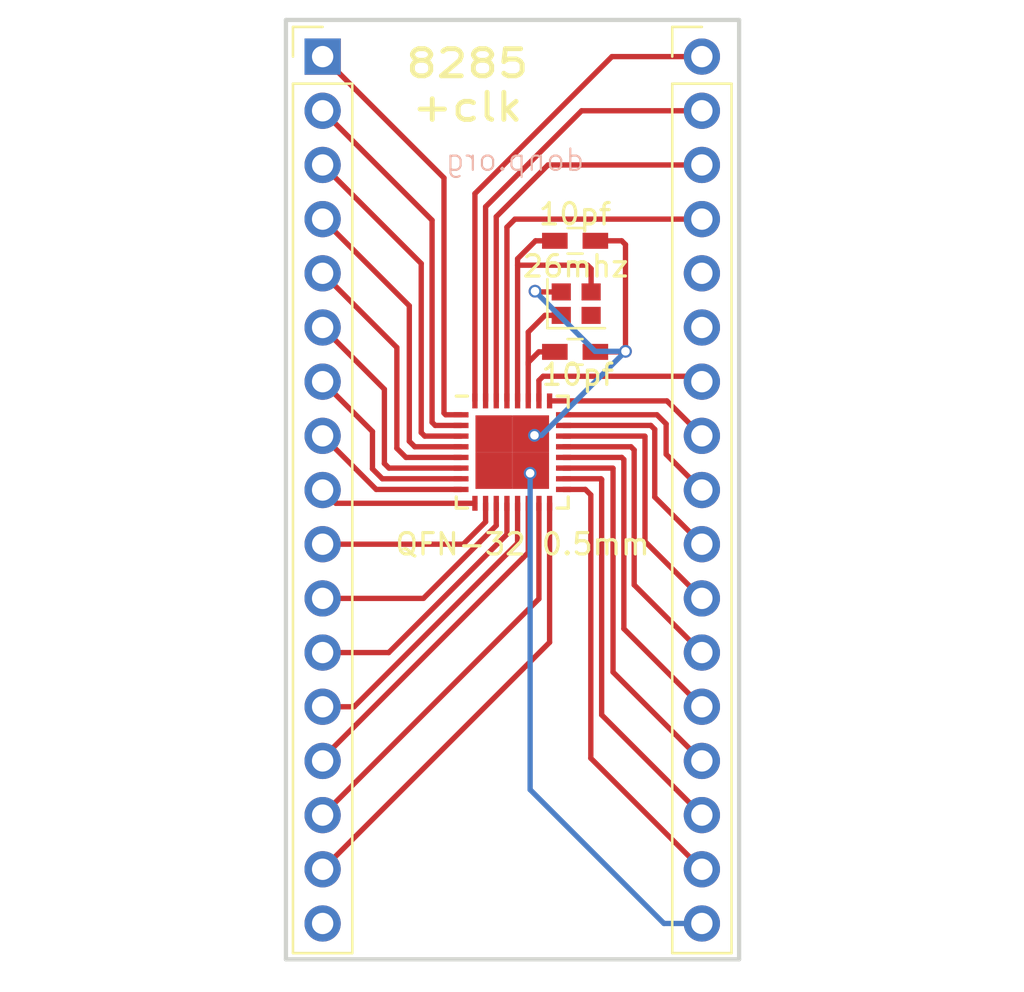
<source format=kicad_pcb>
(kicad_pcb (version 4) (host pcbnew 4.0.5-e0-6337~49~ubuntu16.04.1)

  (general
    (links 0)
    (no_connects 0)
    (area 111.799999 52.515 159.980001 99.985)
    (thickness 1.6)
    (drawings 6)
    (tracks 139)
    (zones 0)
    (modules 6)
    (nets 1)
  )

  (page A4)
  (layers
    (0 F.Cu signal)
    (31 B.Cu signal)
    (32 B.Adhes user)
    (33 F.Adhes user)
    (34 B.Paste user)
    (35 F.Paste user)
    (36 B.SilkS user)
    (37 F.SilkS user)
    (38 B.Mask user)
    (39 F.Mask user)
    (40 Dwgs.User user)
    (41 Cmts.User user)
    (42 Eco1.User user)
    (43 Eco2.User user)
    (44 Edge.Cuts user)
    (45 Margin user)
    (46 B.CrtYd user)
    (47 F.CrtYd user)
    (48 B.Fab user)
    (49 F.Fab user)
  )

  (setup
    (last_trace_width 0.25)
    (trace_clearance 0.2)
    (zone_clearance 0.508)
    (zone_45_only no)
    (trace_min 0.2)
    (segment_width 0.2)
    (edge_width 0.2)
    (via_size 0.6)
    (via_drill 0.4)
    (via_min_size 0.4)
    (via_min_drill 0.3)
    (uvia_size 0.3)
    (uvia_drill 0.1)
    (uvias_allowed no)
    (uvia_min_size 0.2)
    (uvia_min_drill 0.1)
    (pcb_text_width 0.3)
    (pcb_text_size 1.5 1.5)
    (mod_edge_width 0.15)
    (mod_text_size 1 1)
    (mod_text_width 0.15)
    (pad_size 1.7 1.7)
    (pad_drill 1)
    (pad_to_mask_clearance 0.2)
    (aux_axis_origin 0 0)
    (visible_elements FFFEFFFF)
    (pcbplotparams
      (layerselection 0x010f0_80000001)
      (usegerberextensions true)
      (excludeedgelayer true)
      (linewidth 0.100000)
      (plotframeref false)
      (viasonmask false)
      (mode 1)
      (useauxorigin false)
      (hpglpennumber 1)
      (hpglpenspeed 20)
      (hpglpendiameter 15)
      (hpglpenoverlay 2)
      (psnegative false)
      (psa4output false)
      (plotreference true)
      (plotvalue true)
      (plotinvisibletext false)
      (padsonsilk false)
      (subtractmaskfromsilk false)
      (outputformat 1)
      (mirror false)
      (drillshape 0)
      (scaleselection 1)
      (outputdirectory /home/donp/osh))
  )

  (net 0 "")

  (net_class Default "This is the default net class."
    (clearance 0.2)
    (trace_width 0.25)
    (via_dia 0.6)
    (via_drill 0.4)
    (uvia_dia 0.3)
    (uvia_drill 0.1)
  )

  (module Capacitors_SMD:C_0603_HandSoldering (layer F.Cu) (tedit 58BB1A10) (tstamp 58BC7DF5)
    (at 138.8364 64.516)
    (descr "Capacitor SMD 0603, hand soldering")
    (tags "capacitor 0603")
    (attr smd)
    (fp_text reference 10pf (at 0 -1.25) (layer F.SilkS)
      (effects (font (size 1 1) (thickness 0.15)))
    )
    (fp_text value C_0603_HandSoldering (at 0 1.5) (layer F.Fab)
      (effects (font (size 1 1) (thickness 0.15)))
    )
    (fp_text user "" (at 0 -1.25) (layer F.Fab)
      (effects (font (size 1 1) (thickness 0.15)))
    )
    (fp_line (start -0.8 0.4) (end -0.8 -0.4) (layer F.Fab) (width 0.1))
    (fp_line (start 0.8 0.4) (end -0.8 0.4) (layer F.Fab) (width 0.1))
    (fp_line (start 0.8 -0.4) (end 0.8 0.4) (layer F.Fab) (width 0.1))
    (fp_line (start -0.8 -0.4) (end 0.8 -0.4) (layer F.Fab) (width 0.1))
    (fp_line (start -0.35 -0.6) (end 0.35 -0.6) (layer F.SilkS) (width 0.12))
    (fp_line (start 0.35 0.6) (end -0.35 0.6) (layer F.SilkS) (width 0.12))
    (fp_line (start -1.8 -0.65) (end 1.8 -0.65) (layer F.CrtYd) (width 0.05))
    (fp_line (start -1.8 -0.65) (end -1.8 0.65) (layer F.CrtYd) (width 0.05))
    (fp_line (start 1.8 0.65) (end 1.8 -0.65) (layer F.CrtYd) (width 0.05))
    (fp_line (start 1.8 0.65) (end -1.8 0.65) (layer F.CrtYd) (width 0.05))
    (pad 1 smd rect (at -0.95 0) (size 1.2 0.75) (layers F.Cu F.Paste F.Mask))
    (pad 2 smd rect (at 0.95 0) (size 1.2 0.75) (layers F.Cu F.Paste F.Mask))
    (model Capacitors_SMD.3dshapes/C_0603.wrl
      (at (xyz 0 0 0))
      (scale (xyz 1 1 1))
      (rotate (xyz 0 0 0))
    )
  )

  (module Housings_DFN_QFN:QFN-32-1EP_5x5mm_Pitch0.5mm (layer F.Cu) (tedit 58BB1A1A) (tstamp 586A90D0)
    (at 135.89 74.422)
    (descr "UH Package; 32-Lead Plastic QFN (5mm x 5mm); (see Linear Technology QFN_32_05-08-1693.pdf)")
    (tags "QFN 0.5")
    (attr smd)
    (fp_text reference "QFN-32 0.5mm" (at 0.4826 4.318) (layer F.SilkS)
      (effects (font (size 1 1) (thickness 0.15)))
    )
    (fp_text value QFN-32-1EP_5x5mm_Pitch0.5mm (at 0 3.75) (layer F.Fab)
      (effects (font (size 1 1) (thickness 0.15)))
    )
    (fp_line (start -1.5 -2.5) (end 2.5 -2.5) (layer F.Fab) (width 0.15))
    (fp_line (start 2.5 -2.5) (end 2.5 2.5) (layer F.Fab) (width 0.15))
    (fp_line (start 2.5 2.5) (end -2.5 2.5) (layer F.Fab) (width 0.15))
    (fp_line (start -2.5 2.5) (end -2.5 -1.5) (layer F.Fab) (width 0.15))
    (fp_line (start -2.5 -1.5) (end -1.5 -2.5) (layer F.Fab) (width 0.15))
    (fp_line (start -3 -3) (end -3 3) (layer F.CrtYd) (width 0.05))
    (fp_line (start 3 -3) (end 3 3) (layer F.CrtYd) (width 0.05))
    (fp_line (start -3 -3) (end 3 -3) (layer F.CrtYd) (width 0.05))
    (fp_line (start -3 3) (end 3 3) (layer F.CrtYd) (width 0.05))
    (fp_line (start 2.625 -2.625) (end 2.625 -2.1) (layer F.SilkS) (width 0.15))
    (fp_line (start -2.625 2.625) (end -2.625 2.1) (layer F.SilkS) (width 0.15))
    (fp_line (start 2.625 2.625) (end 2.625 2.1) (layer F.SilkS) (width 0.15))
    (fp_line (start -2.625 -2.625) (end -2.1 -2.625) (layer F.SilkS) (width 0.15))
    (fp_line (start -2.625 2.625) (end -2.1 2.625) (layer F.SilkS) (width 0.15))
    (fp_line (start 2.625 2.625) (end 2.1 2.625) (layer F.SilkS) (width 0.15))
    (fp_line (start 2.625 -2.625) (end 2.1 -2.625) (layer F.SilkS) (width 0.15))
    (pad 1 smd rect (at -2.4 -1.75) (size 0.7 0.25) (layers F.Cu F.Paste F.Mask))
    (pad 2 smd rect (at -2.4 -1.25) (size 0.7 0.25) (layers F.Cu F.Paste F.Mask))
    (pad 3 smd rect (at -2.4 -0.75) (size 0.7 0.25) (layers F.Cu F.Paste F.Mask))
    (pad 4 smd rect (at -2.4 -0.25) (size 0.7 0.25) (layers F.Cu F.Paste F.Mask))
    (pad 5 smd rect (at -2.4 0.25) (size 0.7 0.25) (layers F.Cu F.Paste F.Mask))
    (pad 6 smd rect (at -2.4 0.75) (size 0.7 0.25) (layers F.Cu F.Paste F.Mask))
    (pad 7 smd rect (at -2.4 1.25) (size 0.7 0.25) (layers F.Cu F.Paste F.Mask))
    (pad 8 smd rect (at -2.4 1.75) (size 0.7 0.25) (layers F.Cu F.Paste F.Mask))
    (pad 9 smd rect (at -1.75 2.4 90) (size 0.7 0.25) (layers F.Cu F.Paste F.Mask))
    (pad 10 smd rect (at -1.25 2.4 90) (size 0.7 0.25) (layers F.Cu F.Paste F.Mask))
    (pad 11 smd rect (at -0.75 2.4 90) (size 0.7 0.25) (layers F.Cu F.Paste F.Mask))
    (pad 12 smd rect (at -0.25 2.4 90) (size 0.7 0.25) (layers F.Cu F.Paste F.Mask))
    (pad 13 smd rect (at 0.25 2.4 90) (size 0.7 0.25) (layers F.Cu F.Paste F.Mask))
    (pad 14 smd rect (at 0.75 2.4 90) (size 0.7 0.25) (layers F.Cu F.Paste F.Mask))
    (pad 15 smd rect (at 1.25 2.4 90) (size 0.7 0.25) (layers F.Cu F.Paste F.Mask))
    (pad 16 smd rect (at 1.75 2.4 90) (size 0.7 0.25) (layers F.Cu F.Paste F.Mask))
    (pad 17 smd rect (at 2.4 1.75) (size 0.7 0.25) (layers F.Cu F.Paste F.Mask))
    (pad 18 smd rect (at 2.4 1.25) (size 0.7 0.25) (layers F.Cu F.Paste F.Mask))
    (pad 19 smd rect (at 2.4 0.75) (size 0.7 0.25) (layers F.Cu F.Paste F.Mask))
    (pad 20 smd rect (at 2.4 0.25) (size 0.7 0.25) (layers F.Cu F.Paste F.Mask))
    (pad 21 smd rect (at 2.4 -0.25) (size 0.7 0.25) (layers F.Cu F.Paste F.Mask))
    (pad 22 smd rect (at 2.4 -0.75) (size 0.7 0.25) (layers F.Cu F.Paste F.Mask))
    (pad 23 smd rect (at 2.4 -1.25) (size 0.7 0.25) (layers F.Cu F.Paste F.Mask))
    (pad 24 smd rect (at 2.4 -1.75) (size 0.7 0.25) (layers F.Cu F.Paste F.Mask))
    (pad 25 smd rect (at 1.75 -2.4 90) (size 0.7 0.25) (layers F.Cu F.Paste F.Mask))
    (pad 26 smd rect (at 1.25 -2.4 90) (size 0.7 0.25) (layers F.Cu F.Paste F.Mask))
    (pad 27 smd rect (at 0.75 -2.4 90) (size 0.7 0.25) (layers F.Cu F.Paste F.Mask))
    (pad 28 smd rect (at 0.25 -2.4 90) (size 0.7 0.25) (layers F.Cu F.Paste F.Mask))
    (pad 29 smd rect (at -0.25 -2.4 90) (size 0.7 0.25) (layers F.Cu F.Paste F.Mask))
    (pad 30 smd rect (at -0.75 -2.4 90) (size 0.7 0.25) (layers F.Cu F.Paste F.Mask))
    (pad 31 smd rect (at -1.25 -2.4 90) (size 0.7 0.25) (layers F.Cu F.Paste F.Mask))
    (pad 32 smd rect (at -1.75 -2.4 90) (size 0.7 0.25) (layers F.Cu F.Paste F.Mask))
    (pad 33 smd rect (at 0.8625 0.8625) (size 1.725 1.725) (layers F.Cu F.Paste F.Mask)
      (solder_paste_margin_ratio -0.2))
    (pad 33 smd rect (at 0.8625 -0.8625) (size 1.725 1.725) (layers F.Cu F.Paste F.Mask)
      (solder_paste_margin_ratio -0.2))
    (pad 33 smd rect (at -0.8625 0.8625) (size 1.725 1.725) (layers F.Cu F.Paste F.Mask)
      (solder_paste_margin_ratio -0.2))
    (pad 33 smd rect (at -0.8625 -0.8625) (size 1.725 1.725) (layers F.Cu F.Paste F.Mask)
      (solder_paste_margin_ratio -0.2))
    (model Housings_DFN_QFN.3dshapes/QFN-32-1EP_5x5mm_Pitch0.5mm.wrl
      (at (xyz 0 0 0))
      (scale (xyz 1 1 1))
      (rotate (xyz 0 0 0))
    )
  )

  (module Crystals:Crystal_SMD_2016-4pin_2.0x1.6mm (layer F.Cu) (tedit 58BB1A2C) (tstamp 58BBA3AB)
    (at 138.8872 67.4624)
    (descr "SMD Crystal SERIES SMD2016/4 http://www.q-crystal.com/upload/5/2015552223166229.pdf, 2.0x1.6mm^2 package")
    (tags "SMD SMT crystal")
    (attr smd)
    (fp_text reference 26mhz (at -0.0254 -1.7526) (layer F.SilkS)
      (effects (font (size 1 1) (thickness 0.15)))
    )
    (fp_text value Crystal_SMD_2016-4pin_2.0x1.6mm (at 0 2) (layer F.Fab)
      (effects (font (size 1 1) (thickness 0.15)))
    )
    (fp_line (start -0.9 -0.8) (end 0.9 -0.8) (layer F.Fab) (width 0.1))
    (fp_line (start 0.9 -0.8) (end 1 -0.7) (layer F.Fab) (width 0.1))
    (fp_line (start 1 -0.7) (end 1 0.7) (layer F.Fab) (width 0.1))
    (fp_line (start 1 0.7) (end 0.9 0.8) (layer F.Fab) (width 0.1))
    (fp_line (start 0.9 0.8) (end -0.9 0.8) (layer F.Fab) (width 0.1))
    (fp_line (start -0.9 0.8) (end -1 0.7) (layer F.Fab) (width 0.1))
    (fp_line (start -1 0.7) (end -1 -0.7) (layer F.Fab) (width 0.1))
    (fp_line (start -1 -0.7) (end -0.9 -0.8) (layer F.Fab) (width 0.1))
    (fp_line (start -1 0.3) (end -0.5 0.8) (layer F.Fab) (width 0.1))
    (fp_line (start -1.35 -1.15) (end -1.35 1.15) (layer F.SilkS) (width 0.12))
    (fp_line (start -1.35 1.15) (end 1.35 1.15) (layer F.SilkS) (width 0.12))
    (fp_line (start -1.4 -1.3) (end -1.4 1.3) (layer F.CrtYd) (width 0.05))
    (fp_line (start -1.4 1.3) (end 1.4 1.3) (layer F.CrtYd) (width 0.05))
    (fp_line (start 1.4 1.3) (end 1.4 -1.3) (layer F.CrtYd) (width 0.05))
    (fp_line (start 1.4 -1.3) (end -1.4 -1.3) (layer F.CrtYd) (width 0.05))
    (pad 1 smd rect (at -0.7 0.55) (size 0.9 0.8) (layers F.Cu F.Mask))
    (pad 2 smd rect (at 0.7 0.55) (size 0.9 0.8) (layers F.Cu F.Mask))
    (pad 3 smd rect (at 0.7 -0.55) (size 0.9 0.8) (layers F.Cu F.Mask))
    (pad 4 smd rect (at -0.7 -0.55) (size 0.9 0.8) (layers F.Cu F.Mask))
    (model Crystals.3dshapes/Crystal_SMD_2016-4pin_2.0x1.6mm.wrl
      (at (xyz 0 0 0))
      (scale (xyz 1 1 1))
      (rotate (xyz 0 0 0))
    )
  )

  (module Capacitors_SMD:C_0603_HandSoldering (layer F.Cu) (tedit 58BB1A22) (tstamp 58BC7DC0)
    (at 138.8364 69.723)
    (descr "Capacitor SMD 0603, hand soldering")
    (tags "capacitor 0603")
    (attr smd)
    (fp_text reference 10pf (at 0.127 1.0668) (layer F.SilkS)
      (effects (font (size 1 1) (thickness 0.15)))
    )
    (fp_text value C_0603_HandSoldering (at 0 1.5) (layer F.Fab)
      (effects (font (size 1 1) (thickness 0.15)))
    )
    (fp_text user "" (at 0 -1.25) (layer F.Fab)
      (effects (font (size 1 1) (thickness 0.15)))
    )
    (fp_line (start -0.8 0.4) (end -0.8 -0.4) (layer F.Fab) (width 0.1))
    (fp_line (start 0.8 0.4) (end -0.8 0.4) (layer F.Fab) (width 0.1))
    (fp_line (start 0.8 -0.4) (end 0.8 0.4) (layer F.Fab) (width 0.1))
    (fp_line (start -0.8 -0.4) (end 0.8 -0.4) (layer F.Fab) (width 0.1))
    (fp_line (start -0.35 -0.6) (end 0.35 -0.6) (layer F.SilkS) (width 0.12))
    (fp_line (start 0.35 0.6) (end -0.35 0.6) (layer F.SilkS) (width 0.12))
    (fp_line (start -1.8 -0.65) (end 1.8 -0.65) (layer F.CrtYd) (width 0.05))
    (fp_line (start -1.8 -0.65) (end -1.8 0.65) (layer F.CrtYd) (width 0.05))
    (fp_line (start 1.8 0.65) (end 1.8 -0.65) (layer F.CrtYd) (width 0.05))
    (fp_line (start 1.8 0.65) (end -1.8 0.65) (layer F.CrtYd) (width 0.05))
    (pad 1 smd rect (at -0.95 0) (size 1.2 0.75) (layers F.Cu F.Paste F.Mask))
    (pad 2 smd rect (at 0.95 0) (size 1.2 0.75) (layers F.Cu F.Paste F.Mask))
    (model Capacitors_SMD.3dshapes/C_0603.wrl
      (at (xyz 0 0 0))
      (scale (xyz 1 1 1))
      (rotate (xyz 0 0 0))
    )
  )

  (module Pin_Headers:Pin_Header_Straight_1x17_Pitch2.54mm (layer F.Cu) (tedit 58BB14FB) (tstamp 58A811C0)
    (at 127 55.88)
    (descr "Through hole straight pin header, 1x17, 2.54mm pitch, single row")
    (tags "Through hole pin header THT 1x17 2.54mm single row")
    (fp_text reference "" (at 0 -2.39) (layer F.SilkS)
      (effects (font (size 1 1) (thickness 0.15)))
    )
    (fp_text value Pin_Header_Straight_1x08_Pitch2.54mm (at 0 43.03) (layer F.Fab)
      (effects (font (size 1 1) (thickness 0.15)))
    )
    (fp_line (start -1.27 -1.27) (end -1.27 41.91) (layer F.Fab) (width 0.1))
    (fp_line (start -1.27 41.91) (end 1.27 41.91) (layer F.Fab) (width 0.1))
    (fp_line (start 1.27 41.91) (end 1.27 -1.27) (layer F.Fab) (width 0.1))
    (fp_line (start 1.27 -1.27) (end -1.27 -1.27) (layer F.Fab) (width 0.1))
    (fp_line (start -1.39 1.27) (end -1.39 42.03) (layer F.SilkS) (width 0.12))
    (fp_line (start -1.39 42.03) (end 1.39 42.03) (layer F.SilkS) (width 0.12))
    (fp_line (start 1.39 42.03) (end 1.39 1.27) (layer F.SilkS) (width 0.12))
    (fp_line (start 1.39 1.27) (end -1.39 1.27) (layer F.SilkS) (width 0.12))
    (fp_line (start -1.39 0) (end -1.39 -1.39) (layer F.SilkS) (width 0.12))
    (fp_line (start -1.39 -1.39) (end 0 -1.39) (layer F.SilkS) (width 0.12))
    (fp_line (start -1.6 -1.6) (end -1.6 42.2) (layer F.CrtYd) (width 0.05))
    (fp_line (start -1.6 42.2) (end 1.6 42.2) (layer F.CrtYd) (width 0.05))
    (fp_line (start 1.6 42.2) (end 1.6 -1.6) (layer F.CrtYd) (width 0.05))
    (fp_line (start 1.6 -1.6) (end -1.6 -1.6) (layer F.CrtYd) (width 0.05))
    (pad 1 thru_hole rect (at 0 0) (size 1.7 1.7) (drill 1) (layers *.Cu *.Mask))
    (pad 2 thru_hole oval (at 0 2.54) (size 1.7 1.7) (drill 1) (layers *.Cu *.Mask))
    (pad 3 thru_hole oval (at 0 5.08) (size 1.7 1.7) (drill 1) (layers *.Cu *.Mask))
    (pad 4 thru_hole oval (at 0 7.62) (size 1.7 1.7) (drill 1) (layers *.Cu *.Mask))
    (pad 5 thru_hole oval (at 0 10.16) (size 1.7 1.7) (drill 1) (layers *.Cu *.Mask))
    (pad 6 thru_hole oval (at 0 12.7) (size 1.7 1.7) (drill 1) (layers *.Cu *.Mask))
    (pad 7 thru_hole oval (at 0 15.24) (size 1.7 1.7) (drill 1) (layers *.Cu *.Mask))
    (pad 8 thru_hole oval (at 0 17.78) (size 1.7 1.7) (drill 1) (layers *.Cu *.Mask))
    (pad 9 thru_hole oval (at 0 20.32) (size 1.7 1.7) (drill 1) (layers *.Cu *.Mask))
    (pad 10 thru_hole oval (at 0 22.86) (size 1.7 1.7) (drill 1) (layers *.Cu *.Mask))
    (pad 11 thru_hole oval (at 0 25.4) (size 1.7 1.7) (drill 1) (layers *.Cu *.Mask))
    (pad 12 thru_hole oval (at 0 27.94) (size 1.7 1.7) (drill 1) (layers *.Cu *.Mask))
    (pad 13 thru_hole oval (at 0 30.48) (size 1.7 1.7) (drill 1) (layers *.Cu *.Mask))
    (pad 14 thru_hole oval (at 0 33.02) (size 1.7 1.7) (drill 1) (layers *.Cu *.Mask))
    (pad 15 thru_hole oval (at 0 35.56) (size 1.7 1.7) (drill 1) (layers *.Cu *.Mask))
    (pad 16 thru_hole oval (at 0 38.1) (size 1.7 1.7) (drill 1) (layers *.Cu *.Mask))
    (pad GND thru_hole oval (at 0 40.64) (size 1.7 1.7) (drill 1) (layers *.Cu *.Mask))
    (model Pin_Headers.3dshapes/Pin_Header_Straight_1x17_Pitch2.54mm.wrl
      (at (xyz 0 -0.8 0))
      (scale (xyz 1 1 1))
      (rotate (xyz 0 0 90))
    )
  )

  (module Pin_Headers:Pin_Header_Straight_1x17_Pitch2.54mm (layer F.Cu) (tedit 58BB1511) (tstamp 58BB0EB7)
    (at 144.78 55.88)
    (descr "Through hole straight pin header, 1x17, 2.54mm pitch, single row")
    (tags "Through hole pin header THT 1x17 2.54mm single row")
    (fp_text reference "" (at 0 -2.39) (layer F.SilkS)
      (effects (font (size 1 1) (thickness 0.15)))
    )
    (fp_text value Pin_Header_Straight_1x08_Pitch2.54mm (at 0 43.03) (layer F.Fab)
      (effects (font (size 1 1) (thickness 0.15)))
    )
    (fp_line (start -1.27 -1.27) (end -1.27 41.91) (layer F.Fab) (width 0.1))
    (fp_line (start -1.27 41.91) (end 1.27 41.91) (layer F.Fab) (width 0.1))
    (fp_line (start 1.27 41.91) (end 1.27 -1.27) (layer F.Fab) (width 0.1))
    (fp_line (start 1.27 -1.27) (end -1.27 -1.27) (layer F.Fab) (width 0.1))
    (fp_line (start -1.39 1.27) (end -1.39 42.03) (layer F.SilkS) (width 0.12))
    (fp_line (start -1.39 42.03) (end 1.39 42.03) (layer F.SilkS) (width 0.12))
    (fp_line (start 1.39 42.03) (end 1.39 1.27) (layer F.SilkS) (width 0.12))
    (fp_line (start 1.39 1.27) (end -1.39 1.27) (layer F.SilkS) (width 0.12))
    (fp_line (start -1.39 0) (end -1.39 -1.39) (layer F.SilkS) (width 0.12))
    (fp_line (start -1.39 -1.39) (end 0 -1.39) (layer F.SilkS) (width 0.12))
    (fp_line (start -1.6 -1.6) (end -1.6 42.2) (layer F.CrtYd) (width 0.05))
    (fp_line (start -1.6 42.2) (end 1.6 42.2) (layer F.CrtYd) (width 0.05))
    (fp_line (start 1.6 42.2) (end 1.6 -1.6) (layer F.CrtYd) (width 0.05))
    (fp_line (start 1.6 -1.6) (end -1.6 -1.6) (layer F.CrtYd) (width 0.05))
    (pad 1 thru_hole oval (at 0 0) (size 1.7 1.7) (drill 1) (layers *.Cu *.Mask))
    (pad 2 thru_hole oval (at 0 2.54) (size 1.7 1.7) (drill 1) (layers *.Cu *.Mask))
    (pad 3 thru_hole oval (at 0 5.08) (size 1.7 1.7) (drill 1) (layers *.Cu *.Mask))
    (pad 4 thru_hole oval (at 0 7.62) (size 1.7 1.7) (drill 1) (layers *.Cu *.Mask))
    (pad 5 thru_hole oval (at 0 10.16) (size 1.7 1.7) (drill 1) (layers *.Cu *.Mask))
    (pad 6 thru_hole oval (at 0 12.7) (size 1.7 1.7) (drill 1) (layers *.Cu *.Mask))
    (pad 7 thru_hole oval (at 0 15.24) (size 1.7 1.7) (drill 1) (layers *.Cu *.Mask))
    (pad 8 thru_hole oval (at 0 17.78) (size 1.7 1.7) (drill 1) (layers *.Cu *.Mask))
    (pad 9 thru_hole oval (at 0 20.32) (size 1.7 1.7) (drill 1) (layers *.Cu *.Mask))
    (pad 10 thru_hole oval (at 0 22.86) (size 1.7 1.7) (drill 1) (layers *.Cu *.Mask))
    (pad 11 thru_hole oval (at 0 25.4) (size 1.7 1.7) (drill 1) (layers *.Cu *.Mask))
    (pad 12 thru_hole oval (at 0 27.94) (size 1.7 1.7) (drill 1) (layers *.Cu *.Mask))
    (pad 13 thru_hole oval (at 0 30.48) (size 1.7 1.7) (drill 1) (layers *.Cu *.Mask))
    (pad 14 thru_hole oval (at 0 33.02) (size 1.7 1.7) (drill 1) (layers *.Cu *.Mask))
    (pad 15 thru_hole oval (at 0 35.56) (size 1.7 1.7) (drill 1) (layers *.Cu *.Mask))
    (pad 16 thru_hole oval (at 0 38.1) (size 1.7 1.7) (drill 1) (layers *.Cu *.Mask))
    (pad GND thru_hole oval (at 0 40.64) (size 1.7 1.7) (drill 1) (layers *.Cu *.Mask))
    (model Pin_Headers.3dshapes/Pin_Header_Straight_1x17_Pitch2.54mm.wrl
      (at (xyz 0 -0.8 0))
      (scale (xyz 1 1 1))
      (rotate (xyz 0 0 90))
    )
  )

  (gr_text "8285\n+clk" (at 133.7818 57.2262) (layer F.SilkS)
    (effects (font (size 1.27 1.5) (thickness 0.2286)))
  )
  (gr_text donp.org (at 136.017 60.7314) (layer B.SilkS)
    (effects (font (size 1 1) (thickness 0.1)) (justify mirror))
  )
  (gr_line (start 146.5246 54.1618) (end 146.5246 98.2004) (angle 90) (layer Edge.Cuts) (width 0.2) (tstamp 5869BE58))
  (gr_line (start 125.2794 54.1618) (end 125.2794 98.2004) (angle 90) (layer Edge.Cuts) (width 0.2))
  (gr_line (start 125.2794 98.2004) (end 146.5246 98.2004) (angle 90) (layer Edge.Cuts) (width 0.2) (tstamp 5869BDB4))
  (gr_line (start 125.2794 54.1618) (end 146.5246 54.1618) (angle 90) (layer Edge.Cuts) (width 0.2))

  (segment (start 141.1986 64.6938) (end 141.1986 69.6976) (width 0.25) (layer F.Cu) (net 0) (tstamp 58BCCA9A))
  (segment (start 141.0208 64.516) (end 141.1986 64.6938) (width 0.25) (layer F.Cu) (net 0) (tstamp 58BCCA99))
  (segment (start 139.7864 64.516) (end 141.0208 64.516) (width 0.25) (layer F.Cu) (net 0) (status 10))
  (segment (start 138.1872 66.9124) (end 136.991 66.9124) (width 0.25) (layer F.Cu) (net 0) (status 10))
  (segment (start 139.7762 69.6976) (end 141.1986 69.6976) (width 0.25) (layer B.Cu) (net 0) (tstamp 58BCCA95))
  (segment (start 136.9568 66.8782) (end 139.7762 69.6976) (width 0.25) (layer B.Cu) (net 0) (tstamp 58BCCA94))
  (via (at 136.9568 66.8782) (size 0.6) (drill 0.4) (layers F.Cu B.Cu) (net 0))
  (segment (start 136.991 66.9124) (end 136.9568 66.8782) (width 0.25) (layer F.Cu) (net 0) (tstamp 58BCCA92))
  (segment (start 139.7864 69.723) (end 141.1732 69.723) (width 0.25) (layer F.Cu) (net 0) (status 10))
  (segment (start 136.9314 73.6346) (end 136.8563 73.5595) (width 0.25) (layer F.Cu) (net 0) (tstamp 58BCCA8E) (status 30))
  (via (at 136.9314 73.6346) (size 0.6) (drill 0.4) (layers F.Cu B.Cu) (net 0) (status 30))
  (segment (start 137.2616 73.6346) (end 136.9314 73.6346) (width 0.25) (layer B.Cu) (net 0) (tstamp 58BCCA8C))
  (segment (start 141.1986 69.6976) (end 137.2616 73.6346) (width 0.25) (layer B.Cu) (net 0) (tstamp 58BCCA8B))
  (via (at 141.1986 69.6976) (size 0.6) (drill 0.4) (layers F.Cu B.Cu) (net 0))
  (segment (start 141.1732 69.723) (end 141.1986 69.6976) (width 0.25) (layer F.Cu) (net 0) (tstamp 58BCCA89))
  (segment (start 136.8563 73.5595) (end 136.7525 73.5595) (width 0.25) (layer F.Cu) (net 0) (tstamp 58BCCA8F) (status 30))
  (segment (start 136.14 65.659) (end 139.4206 65.659) (width 0.25) (layer F.Cu) (net 0))
  (segment (start 139.5872 65.8256) (end 139.5872 66.9124) (width 0.25) (layer F.Cu) (net 0) (tstamp 58BCCA7D) (status 20))
  (segment (start 139.4206 65.659) (end 139.5872 65.8256) (width 0.25) (layer F.Cu) (net 0) (tstamp 58BCCA7C))
  (segment (start 136.14 72.022) (end 136.14 65.659) (width 0.25) (layer F.Cu) (net 0) (status 10))
  (segment (start 136.14 65.659) (end 136.14 65.3582) (width 0.25) (layer F.Cu) (net 0) (tstamp 58BCCA7A))
  (segment (start 136.9822 64.516) (end 137.8864 64.516) (width 0.25) (layer F.Cu) (net 0) (tstamp 58BCCA77) (status 20))
  (segment (start 136.14 65.3582) (end 136.9822 64.516) (width 0.25) (layer F.Cu) (net 0) (tstamp 58BCCA76))
  (segment (start 136.64 70.3072) (end 136.64 68.7952) (width 0.25) (layer F.Cu) (net 0))
  (segment (start 137.4228 68.0124) (end 138.1872 68.0124) (width 0.25) (layer F.Cu) (net 0) (tstamp 58BCCA71) (status 20))
  (segment (start 136.64 68.7952) (end 137.4228 68.0124) (width 0.25) (layer F.Cu) (net 0) (tstamp 58BCCA70))
  (segment (start 136.64 72.022) (end 136.64 70.3072) (width 0.25) (layer F.Cu) (net 0) (status 10))
  (segment (start 136.64 70.3072) (end 136.64 70.2176) (width 0.25) (layer F.Cu) (net 0) (tstamp 58BCCA6E))
  (segment (start 137.1346 69.723) (end 137.8864 69.723) (width 0.25) (layer F.Cu) (net 0) (tstamp 58BCCA6B) (status 20))
  (segment (start 136.64 70.2176) (end 137.1346 69.723) (width 0.25) (layer F.Cu) (net 0) (tstamp 58BCCA6A))
  (segment (start 136.8287 73.5595) (end 136.7525 73.5595) (width 0.25) (layer F.Cu) (net 0) (tstamp 58BCCA22) (status 30))
  (segment (start 144.78 96.52) (end 143.002 96.52) (width 0.25) (layer B.Cu) (net 0) (status 10))
  (segment (start 136.7282 75.4126) (end 136.7525 75.3883) (width 0.25) (layer F.Cu) (net 0) (tstamp 58BCC9DE) (status 30))
  (via (at 136.7282 75.4126) (size 0.6) (drill 0.4) (layers F.Cu B.Cu) (net 0) (status 30))
  (segment (start 136.7282 90.2462) (end 136.7282 75.4126) (width 0.25) (layer B.Cu) (net 0) (tstamp 58BCC9DB))
  (segment (start 143.002 96.52) (end 136.7282 90.2462) (width 0.25) (layer B.Cu) (net 0) (tstamp 58BCC9D9))
  (segment (start 136.7525 75.3883) (end 136.7525 75.2845) (width 0.25) (layer F.Cu) (net 0) (tstamp 58BCC9DF) (status 30))
  (segment (start 135.64 72.022) (end 135.64 63.877) (width 0.25) (layer F.Cu) (net 0) (status 10))
  (segment (start 136.017 63.5) (end 144.78 63.5) (width 0.25) (layer F.Cu) (net 0) (tstamp 58BB1257) (status 20))
  (segment (start 135.64 63.877) (end 136.017 63.5) (width 0.25) (layer F.Cu) (net 0) (tstamp 58BB1256))
  (segment (start 135.14 72.022) (end 135.14 63.3864) (width 0.25) (layer F.Cu) (net 0) (status 10))
  (segment (start 137.5664 60.96) (end 144.78 60.96) (width 0.25) (layer F.Cu) (net 0) (tstamp 58BB124D) (status 20))
  (segment (start 135.14 63.3864) (end 137.5664 60.96) (width 0.25) (layer F.Cu) (net 0) (tstamp 58BB124B))
  (segment (start 138.29 76.172) (end 139.3164 76.172) (width 0.25) (layer F.Cu) (net 0) (status 10))
  (segment (start 139.573 88.773) (end 144.78 93.98) (width 0.25) (layer F.Cu) (net 0) (tstamp 58BB11F8) (status 20))
  (segment (start 139.573 76.4286) (end 139.573 88.773) (width 0.25) (layer F.Cu) (net 0) (tstamp 58BB11F5))
  (segment (start 139.3164 76.172) (end 139.573 76.4286) (width 0.25) (layer F.Cu) (net 0) (tstamp 58BB11F4))
  (segment (start 138.29 75.672) (end 140.0502 75.672) (width 0.25) (layer F.Cu) (net 0) (status 10))
  (segment (start 140.081 86.741) (end 144.78 91.44) (width 0.25) (layer F.Cu) (net 0) (tstamp 58BB11F0) (status 20))
  (segment (start 140.081 75.7028) (end 140.081 86.741) (width 0.25) (layer F.Cu) (net 0) (tstamp 58BB11EF))
  (segment (start 140.0502 75.672) (end 140.081 75.7028) (width 0.25) (layer F.Cu) (net 0) (tstamp 58BB11ED))
  (segment (start 138.29 75.172) (end 140.601 75.172) (width 0.25) (layer F.Cu) (net 0) (status 10))
  (segment (start 140.6144 84.7344) (end 144.78 88.9) (width 0.25) (layer F.Cu) (net 0) (tstamp 58BB11E7) (status 20))
  (segment (start 140.6144 75.1854) (end 140.6144 84.7344) (width 0.25) (layer F.Cu) (net 0) (tstamp 58BB11E2))
  (segment (start 140.601 75.172) (end 140.6144 75.1854) (width 0.25) (layer F.Cu) (net 0) (tstamp 58BB11E0))
  (segment (start 138.29 74.672) (end 141.0248 74.672) (width 0.25) (layer F.Cu) (net 0) (status 10))
  (segment (start 141.1224 82.7024) (end 144.78 86.36) (width 0.25) (layer F.Cu) (net 0) (tstamp 58BB11D6) (status 20))
  (segment (start 141.1224 74.7696) (end 141.1224 82.7024) (width 0.25) (layer F.Cu) (net 0) (tstamp 58BB11D3))
  (segment (start 141.0248 74.672) (end 141.1224 74.7696) (width 0.25) (layer F.Cu) (net 0) (tstamp 58BB11D1))
  (segment (start 138.29 74.172) (end 141.4566 74.172) (width 0.25) (layer F.Cu) (net 0) (status 10))
  (segment (start 141.605 80.645) (end 144.78 83.82) (width 0.25) (layer F.Cu) (net 0) (tstamp 58BB11C3) (status 20))
  (segment (start 141.605 74.3204) (end 141.605 80.645) (width 0.25) (layer F.Cu) (net 0) (tstamp 58BB11C2))
  (segment (start 141.4566 74.172) (end 141.605 74.3204) (width 0.25) (layer F.Cu) (net 0) (tstamp 58BB11C1))
  (segment (start 138.29 73.672) (end 142.0996 73.672) (width 0.25) (layer F.Cu) (net 0) (status 10))
  (segment (start 142.113 78.613) (end 144.78 81.28) (width 0.25) (layer F.Cu) (net 0) (tstamp 58BB11BD) (status 20))
  (segment (start 142.113 73.6854) (end 142.113 78.613) (width 0.25) (layer F.Cu) (net 0) (tstamp 58BB11B6))
  (segment (start 142.0996 73.672) (end 142.113 73.6854) (width 0.25) (layer F.Cu) (net 0) (tstamp 58BB11B4))
  (segment (start 138.29 73.172) (end 142.387 73.172) (width 0.25) (layer F.Cu) (net 0) (status 10))
  (segment (start 142.5702 76.5302) (end 144.78 78.74) (width 0.25) (layer F.Cu) (net 0) (tstamp 58BB11A5) (status 20))
  (segment (start 142.5702 73.3552) (end 142.5702 76.5302) (width 0.25) (layer F.Cu) (net 0) (tstamp 58BB11A4))
  (segment (start 142.387 73.172) (end 142.5702 73.3552) (width 0.25) (layer F.Cu) (net 0) (tstamp 58BB11A3))
  (segment (start 138.29 72.672) (end 142.6744 72.672) (width 0.25) (layer F.Cu) (net 0) (status 10))
  (segment (start 143.1036 74.5236) (end 144.78 76.2) (width 0.25) (layer F.Cu) (net 0) (tstamp 58BB119F) (status 20))
  (segment (start 143.1036 73.1012) (end 143.1036 74.5236) (width 0.25) (layer F.Cu) (net 0) (tstamp 58BB119B))
  (segment (start 142.6744 72.672) (end 143.1036 73.1012) (width 0.25) (layer F.Cu) (net 0) (tstamp 58BB1195))
  (segment (start 134.14 72.022) (end 134.14 62.3036) (width 0.25) (layer F.Cu) (net 0) (status 10))
  (segment (start 140.5636 55.88) (end 144.78 55.88) (width 0.25) (layer F.Cu) (net 0) (tstamp 58BB114C) (status 20))
  (segment (start 134.14 62.3036) (end 140.5636 55.88) (width 0.25) (layer F.Cu) (net 0) (tstamp 58BB114A))
  (segment (start 134.64 72.022) (end 134.64 62.9212) (width 0.25) (layer F.Cu) (net 0) (status 10))
  (segment (start 139.1412 58.42) (end 144.78 58.42) (width 0.25) (layer F.Cu) (net 0) (tstamp 58BB1146) (status 20))
  (segment (start 134.64 62.9212) (end 139.1412 58.42) (width 0.25) (layer F.Cu) (net 0) (tstamp 58BB1143))
  (segment (start 144.1196 60.96) (end 144.78 60.96) (width 0.25) (layer F.Cu) (net 0) (tstamp 58BB113A) (status 30))
  (segment (start 137.14 72.022) (end 137.14 71.0638) (width 0.25) (layer F.Cu) (net 0) (status 10))
  (segment (start 137.3378 70.866) (end 144.526 70.866) (width 0.25) (layer F.Cu) (net 0) (tstamp 58BB111B) (status 20))
  (segment (start 137.14 71.0638) (end 137.3378 70.866) (width 0.25) (layer F.Cu) (net 0) (tstamp 58BB111A))
  (segment (start 144.526 70.866) (end 144.78 71.12) (width 0.25) (layer F.Cu) (net 0) (tstamp 58BB111E) (status 30))
  (segment (start 137.64 72.022) (end 143.142 72.022) (width 0.25) (layer F.Cu) (net 0) (status 10))
  (segment (start 143.142 72.022) (end 144.78 73.66) (width 0.25) (layer F.Cu) (net 0) (tstamp 58BB1114) (status 20))
  (segment (start 137.64 76.822) (end 137.64 83.34) (width 0.25) (layer F.Cu) (net 0) (status 10))
  (segment (start 137.64 83.34) (end 127 93.98) (width 0.25) (layer F.Cu) (net 0) (tstamp 58BB10EE) (status 20))
  (segment (start 137.14 76.822) (end 137.14 81.3) (width 0.25) (layer F.Cu) (net 0) (status 10))
  (segment (start 137.14 81.3) (end 127 91.44) (width 0.25) (layer F.Cu) (net 0) (tstamp 58BB10E7) (status 20))
  (segment (start 136.64 76.822) (end 136.64 79.133) (width 0.25) (layer F.Cu) (net 0) (status 10))
  (segment (start 136.64 79.133) (end 127 88.773) (width 0.25) (layer F.Cu) (net 0) (tstamp 58BB10DE) (status 20))
  (segment (start 127 88.773) (end 127 88.9) (width 0.25) (layer F.Cu) (net 0) (tstamp 58BB10DF) (status 30))
  (segment (start 136.14 76.822) (end 136.14 78.6932) (width 0.25) (layer F.Cu) (net 0) (status 10))
  (segment (start 128.4732 86.36) (end 127 86.36) (width 0.25) (layer F.Cu) (net 0) (tstamp 58BB10DA) (status 20))
  (segment (start 136.14 78.6932) (end 128.4732 86.36) (width 0.25) (layer F.Cu) (net 0) (tstamp 58BB10D8))
  (segment (start 135.64 76.822) (end 135.64 78.2788) (width 0.25) (layer F.Cu) (net 0) (status 10))
  (segment (start 130.0988 83.82) (end 127 83.82) (width 0.25) (layer F.Cu) (net 0) (tstamp 58BB10D4) (status 20))
  (segment (start 135.64 78.2788) (end 130.0988 83.82) (width 0.25) (layer F.Cu) (net 0) (tstamp 58BB10D1))
  (segment (start 135.14 76.822) (end 135.14 77.8644) (width 0.25) (layer F.Cu) (net 0) (status 10))
  (segment (start 131.7244 81.28) (end 127 81.28) (width 0.25) (layer F.Cu) (net 0) (tstamp 58BB10CB) (status 20))
  (segment (start 135.14 77.8644) (end 131.7244 81.28) (width 0.25) (layer F.Cu) (net 0) (tstamp 58BB10C9))
  (segment (start 134.64 76.822) (end 134.64 77.6932) (width 0.25) (layer F.Cu) (net 0) (status 10))
  (segment (start 133.5932 78.74) (end 127 78.74) (width 0.25) (layer F.Cu) (net 0) (tstamp 58BB10C4) (status 20))
  (segment (start 134.64 77.6932) (end 133.5932 78.74) (width 0.25) (layer F.Cu) (net 0) (tstamp 58BB10C0))
  (segment (start 134.14 76.822) (end 127.622 76.822) (width 0.25) (layer F.Cu) (net 0) (status 10))
  (segment (start 127.622 76.822) (end 127 76.2) (width 0.25) (layer F.Cu) (net 0) (tstamp 58BB10BA) (status 20))
  (segment (start 133.49 76.172) (end 129.512 76.172) (width 0.25) (layer F.Cu) (net 0) (status 10))
  (segment (start 129.512 76.172) (end 127 73.66) (width 0.25) (layer F.Cu) (net 0) (tstamp 58BB10B4) (status 20))
  (segment (start 133.49 75.672) (end 129.7994 75.672) (width 0.25) (layer F.Cu) (net 0) (status 10))
  (segment (start 129.3368 73.4568) (end 127 71.12) (width 0.25) (layer F.Cu) (net 0) (tstamp 58BB10A7) (status 20))
  (segment (start 129.3368 75.2094) (end 129.3368 73.4568) (width 0.25) (layer F.Cu) (net 0) (tstamp 58BB10A5))
  (segment (start 129.7994 75.672) (end 129.3368 75.2094) (width 0.25) (layer F.Cu) (net 0) (tstamp 58BB10A0))
  (segment (start 133.49 75.172) (end 130.1108 75.172) (width 0.25) (layer F.Cu) (net 0) (status 10))
  (segment (start 129.8956 71.4756) (end 127 68.58) (width 0.25) (layer F.Cu) (net 0) (tstamp 58BB109C) (status 20))
  (segment (start 129.8956 74.9568) (end 129.8956 71.4756) (width 0.25) (layer F.Cu) (net 0) (tstamp 58BB109B))
  (segment (start 130.1108 75.172) (end 129.8956 74.9568) (width 0.25) (layer F.Cu) (net 0) (tstamp 58BB109A))
  (segment (start 133.49 74.672) (end 130.9076 74.672) (width 0.25) (layer F.Cu) (net 0) (status 10))
  (segment (start 130.4798 69.5198) (end 127 66.04) (width 0.25) (layer F.Cu) (net 0) (tstamp 58BB1096) (status 20))
  (segment (start 130.4798 74.2442) (end 130.4798 69.5198) (width 0.25) (layer F.Cu) (net 0) (tstamp 58BB1095))
  (segment (start 130.9076 74.672) (end 130.4798 74.2442) (width 0.25) (layer F.Cu) (net 0) (tstamp 58BB1094))
  (segment (start 133.49 74.172) (end 131.322 74.172) (width 0.25) (layer F.Cu) (net 0) (status 10))
  (segment (start 131.064 67.564) (end 127 63.5) (width 0.25) (layer F.Cu) (net 0) (tstamp 58BB1090) (status 20))
  (segment (start 131.064 73.914) (end 131.064 67.564) (width 0.25) (layer F.Cu) (net 0) (tstamp 58BB108F))
  (segment (start 131.322 74.172) (end 131.064 73.914) (width 0.25) (layer F.Cu) (net 0) (tstamp 58BB108E))
  (segment (start 133.49 73.672) (end 131.7872 73.672) (width 0.25) (layer F.Cu) (net 0) (status 10))
  (segment (start 131.6228 65.5828) (end 127 60.96) (width 0.25) (layer F.Cu) (net 0) (tstamp 58BB1088) (status 20))
  (segment (start 131.6228 73.5076) (end 131.6228 65.5828) (width 0.25) (layer F.Cu) (net 0) (tstamp 58BB1087))
  (segment (start 131.7872 73.672) (end 131.6228 73.5076) (width 0.25) (layer F.Cu) (net 0) (tstamp 58BB1086))
  (segment (start 133.49 73.172) (end 132.2778 73.172) (width 0.25) (layer F.Cu) (net 0) (status 10))
  (segment (start 132.1308 63.5508) (end 127 58.42) (width 0.25) (layer F.Cu) (net 0) (tstamp 58BB1082) (status 20))
  (segment (start 132.1308 73.025) (end 132.1308 63.5508) (width 0.25) (layer F.Cu) (net 0) (tstamp 58BB1081))
  (segment (start 132.2778 73.172) (end 132.1308 73.025) (width 0.25) (layer F.Cu) (net 0) (tstamp 58BB1080))
  (segment (start 133.49 72.672) (end 132.7684 72.672) (width 0.25) (layer F.Cu) (net 0) (status 10))
  (segment (start 132.6896 61.5696) (end 127 55.88) (width 0.25) (layer F.Cu) (net 0) (tstamp 58BB107C) (status 20))
  (segment (start 132.6896 72.5932) (end 132.6896 61.5696) (width 0.25) (layer F.Cu) (net 0) (tstamp 58BB107B))
  (segment (start 132.7684 72.672) (end 132.6896 72.5932) (width 0.25) (layer F.Cu) (net 0) (tstamp 58BB107A))

)

</source>
